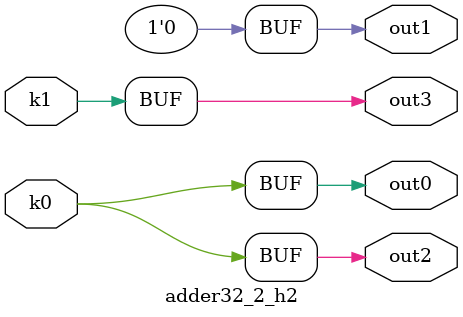
<source format=v>
module adder32_2(pi0, pi1, pi2, pi3, pi4, pi5, po0, po1, po2, po3);
input pi0, pi1, pi2, pi3, pi4, pi5;
output po0, po1, po2, po3;
wire k0, k1;
adder32_2_w2 DUT1 (pi0, pi1, pi2, pi3, pi4, pi5, k0, k1);
adder32_2_h2 DUT2 (k0, k1, po0, po1, po2, po3);
endmodule

module adder32_2_w2(in5, in4, in3, in2, in1, in0, k1, k0);
input in5, in4, in3, in2, in1, in0;
output k1, k0;
assign k0 =   (in5 & in2 & (~in4 ^ in1)) | ((in4 ^ in1) & (~in5 | ~in2));
assign k1 =   ~in5 ^ ~in2;
endmodule

module adder32_2_h2(k1, k0, out3, out2, out1, out0);
input k1, k0;
output out3, out2, out1, out0;
assign out0 = k0;
assign out1 = 0;
assign out2 = k0;
assign out3 = k1;
endmodule

</source>
